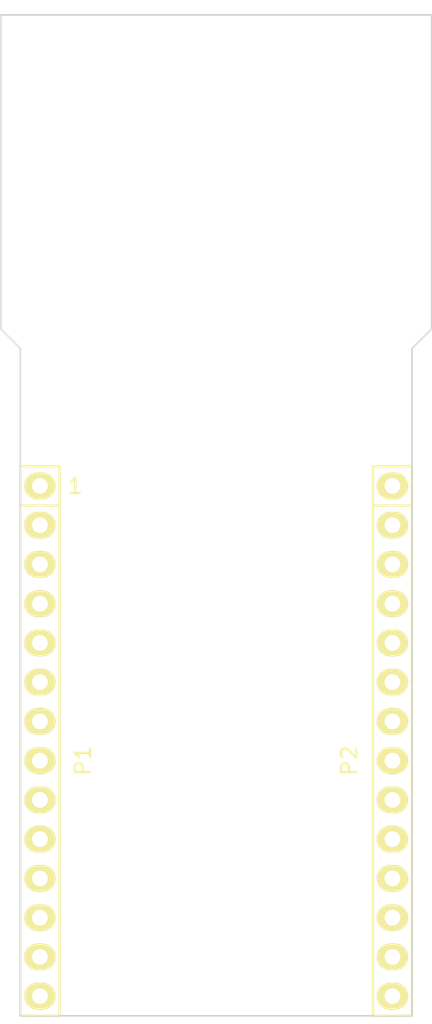
<source format=kicad_pcb>
(kicad_pcb (version 20210126) (generator pcbnew)
  (title_block (date "sam. 04 avril 2015"))
  (layers (0 "F.Cu" signal) (31 "B.Cu" signal) (34 "B.Paste" user) (35 "F.Paste" user) (36 "B.SilkS" user "B.Silkscreen") (37 "F.SilkS" user "F.Silkscreen") (38 "B.Mask" user) (39 "F.Mask" user) (44 "Edge.Cuts" user))
  (net 0 "")
  (net 1 "GND")
  (net 2 "/2")
  (net 3 "/3(**)")
  (net 4 "/4")
  (net 5 "/5(**)")
  (net 6 "/6(**)")
  (net 7 "/7")
  (net 8 "/8")
  (net 9 "/9(**)")
  (net 10 "/11(**/MOSI)")
  (net 11 "/12(MISO)")
  (net 12 "/AREF")
  (net 13 "/RxI")
  (net 14 "/TxO")
  (net 15 "/DTR")
  (net 16 "/A0")
  (net 17 "/A1")
  (net 18 "/A2")
  (net 19 "/A3")
  (net 20 "/A4(SDA)")
  (net 21 "/A5(SCL)")
  (net 22 "/A6")
  (net 23 "/A7")
  (net 24 "+3V3")
  (net 25 "/10(**/SS)")
  (net 26 "/13(SCK)")
  (footprint "Socket_Arduino_Fio:Socket_Strip_Straight_1x14" (layer "F.Cu") (at 130.048 92.456 -90)
    (fp_text reference "P1" (at 17.78 -2.794 -90) (layer "F.SilkS"))
    (fp_text value "Digital")
    (fp_line (start 1.27 -1.27) (end 34.29 -1.27) (layer "F.SilkS") (width 0.15))
    (fp_line (start 1.27 1.27) (end 1.27 -1.27) (layer "F.SilkS") (width 0.15))
    (fp_line (start 34.29 -1.27) (end 34.29 1.27) (layer "F.SilkS") (width 0.15))
    (fp_line (start -1.27 -1.27) (end -1.27 1.27) (layer "F.SilkS") (width 0.15))
    (fp_line (start -1.27 1.27) (end 1.27 1.27) (layer "F.SilkS") (width 0.15))
    (fp_line (start 34.29 1.27) (end 1.27 1.27) (layer "F.SilkS") (width 0.15))
    (fp_line (start -1.27 -1.27) (end 1.27 -1.27) (layer "F.SilkS") (width 0.15))
    (pad "1" thru_hole oval (at 0 0 270) (size 1.7272 2.032) (drill 1.016) (layers *.Cu *.Mask "F.SilkS") (net 24 "+3V3"))
    (pad "2" thru_hole oval (at 2.54 0 270) (size 1.7272 2.032) (drill 1.016) (layers *.Cu *.Mask "F.SilkS") (net 1 "GND"))
    (pad "3" thru_hole oval (at 5.08 0 270) (size 1.7272 2.032) (drill 1.016) (layers *.Cu *.Mask "F.SilkS") (net 2 "/2"))
    (pad "4" thru_hole oval (at 7.62 0 270) (size 1.7272 2.032) (drill 1.016) (layers *.Cu *.Mask "F.SilkS") (net 3 "/3(**)"))
    (pad "5" thru_hole oval (at 10.16 0 270) (size 1.7272 2.032) (drill 1.016) (layers *.Cu *.Mask "F.SilkS") (net 4 "/4"))
    (pad "6" thru_hole oval (at 12.7 0 270) (size 1.7272 2.032) (drill 1.016) (layers *.Cu *.Mask "F.SilkS") (net 5 "/5(**)"))
    (pad "7" thru_hole oval (at 15.24 0 270) (size 1.7272 2.032) (drill 1.016) (layers *.Cu *.Mask "F.SilkS") (net 6 "/6(**)"))
    (pad "8" thru_hole oval (at 17.78 0 270) (size 1.7272 2.032) (drill 1.016) (layers *.Cu *.Mask "F.SilkS") (net 7 "/7"))
    (pad "9" thru_hole oval (at 20.32 0 270) (size 1.7272 2.032) (drill 1.016) (layers *.Cu *.Mask "F.SilkS") (net 8 "/8"))
    (pad "10" thru_hole oval (at 22.86 0 270) (size 1.7272 2.032) (drill 1.016) (layers *.Cu *.Mask "F.SilkS") (net 9 "/9(**)"))
    (pad "11" thru_hole oval (at 25.4 0 270) (size 1.7272 2.032) (drill 1.016) (layers *.Cu *.Mask "F.SilkS") (net 25 "/10(**/SS)"))
    (pad "12" thru_hole oval (at 27.94 0 270) (size 1.7272 2.032) (drill 1.016) (layers *.Cu *.Mask "F.SilkS") (net 10 "/11(**/MOSI)"))
    (pad "13" thru_hole oval (at 30.48 0 270) (size 1.7272 2.032) (drill 1.016) (layers *.Cu *.Mask "F.SilkS") (net 11 "/12(MISO)"))
    (pad "14" thru_hole oval (at 33.02 0 270) (size 1.7272 2.032) (drill 1.016) (layers *.Cu *.Mask "F.SilkS") (net 26 "/13(SCK)"))
  )
  (footprint "Socket_Arduino_Fio:Socket_Strip_Straight_1x14" (layer "F.Cu") (at 152.908 92.456 -90)
    (fp_text reference "P2" (at 17.78 2.794 -90) (layer "F.SilkS"))
    (fp_text value "Analog")
    (fp_line (start -1.27 1.27) (end 1.27 1.27) (layer "F.SilkS") (width 0.15))
    (fp_line (start -1.27 -1.27) (end 1.27 -1.27) (layer "F.SilkS") (width 0.15))
    (fp_line (start 1.27 1.27) (end 1.27 -1.27) (layer "F.SilkS") (width 0.15))
    (fp_line (start -1.27 -1.27) (end -1.27 1.27) (layer "F.SilkS") (width 0.15))
    (fp_line (start 34.29 -1.27) (end 34.29 1.27) (layer "F.SilkS") (width 0.15))
    (fp_line (start 1.27 -1.27) (end 34.29 -1.27) (layer "F.SilkS") (width 0.15))
    (fp_line (start 34.29 1.27) (end 1.27 1.27) (layer "F.SilkS") (width 0.15))
    (pad "1" thru_hole oval (at 0 0 270) (size 1.7272 2.032) (drill 1.016) (layers *.Cu *.Mask "F.SilkS") (net 1 "GND"))
    (pad "2" thru_hole oval (at 2.54 0 270) (size 1.7272 2.032) (drill 1.016) (layers *.Cu *.Mask "F.SilkS") (net 12 "/AREF"))
    (pad "3" thru_hole oval (at 5.08 0 270) (size 1.7272 2.032) (drill 1.016) (layers *.Cu *.Mask "F.SilkS") (net 24 "+3V3"))
    (pad "4" thru_hole oval (at 7.62 0 270) (size 1.7272 2.032) (drill 1.016) (layers *.Cu *.Mask "F.SilkS") (net 13 "/RxI"))
    (pad "5" thru_hole oval (at 10.16 0 270) (size 1.7272 2.032) (drill 1.016) (layers *.Cu *.Mask "F.SilkS") (net 14 "/TxO"))
    (pad "6" thru_hole oval (at 12.7 0 270) (size 1.7272 2.032) (drill 1.016) (layers *.Cu *.Mask "F.SilkS") (net 15 "/DTR"))
    (pad "7" thru_hole oval (at 15.24 0 270) (size 1.7272 2.032) (drill 1.016) (layers *.Cu *.Mask "F.SilkS") (net 16 "/A0"))
    (pad "8" thru_hole oval (at 17.78 0 270) (size 1.7272 2.032) (drill 1.016) (layers *.Cu *.Mask "F.SilkS") (net 17 "/A1"))
    (pad "9" thru_hole oval (at 20.32 0 270) (size 1.7272 2.032) (drill 1.016) (layers *.Cu *.Mask "F.SilkS") (net 18 "/A2"))
    (pad "10" thru_hole oval (at 22.86 0 270) (size 1.7272 2.032) (drill 1.016) (layers *.Cu *.Mask "F.SilkS") (net 19 "/A3"))
    (pad "11" thru_hole oval (at 25.4 0 270) (size 1.7272 2.032) (drill 1.016) (layers *.Cu *.Mask "F.SilkS") (net 20 "/A4(SDA)"))
    (pad "12" thru_hole oval (at 27.94 0 270) (size 1.7272 2.032) (drill 1.016) (layers *.Cu *.Mask "F.SilkS") (net 21 "/A5(SCL)"))
    (pad "13" thru_hole oval (at 30.48 0 270) (size 1.7272 2.032) (drill 1.016) (layers *.Cu *.Mask "F.SilkS") (net 22 "/A6"))
    (pad "14" thru_hole oval (at 33.02 0 270) (size 1.7272 2.032) (drill 1.016) (layers *.Cu *.Mask "F.SilkS") (net 23 "/A7"))
  )
  (gr_line (start 127.508 61.976) (end 127.508 82.296) (angle 90) (layer "Edge.Cuts") (width 0.1))
  (gr_line (start 128.778 126.746) (end 154.178 126.746) (angle 90) (layer "Edge.Cuts") (width 0.1))
  (gr_line (start 155.448 61.976) (end 127.508 61.976) (angle 90) (layer "Edge.Cuts") (width 0.1))
  (gr_line (start 127.508 82.296) (end 128.778 83.566) (angle 90) (layer "Edge.Cuts") (width 0.1))
  (gr_line (start 154.178 126.746) (end 154.178 83.566) (angle 90) (layer "Edge.Cuts") (width 0.1))
  (gr_line (start 128.778 83.566) (end 128.778 126.746) (angle 90) (layer "Edge.Cuts") (width 0.1))
  (gr_line (start 155.448 82.296) (end 155.448 61.976) (angle 90) (layer "Edge.Cuts") (width 0.1))
  (gr_line (start 154.178 83.566) (end 155.448 82.296) (angle 90) (layer "Edge.Cuts") (width 0.1))
  (gr_text "1\n" (at 132.334 92.456) (layer "F.SilkS") (effects (font (size 1 1))))
)
</source>
